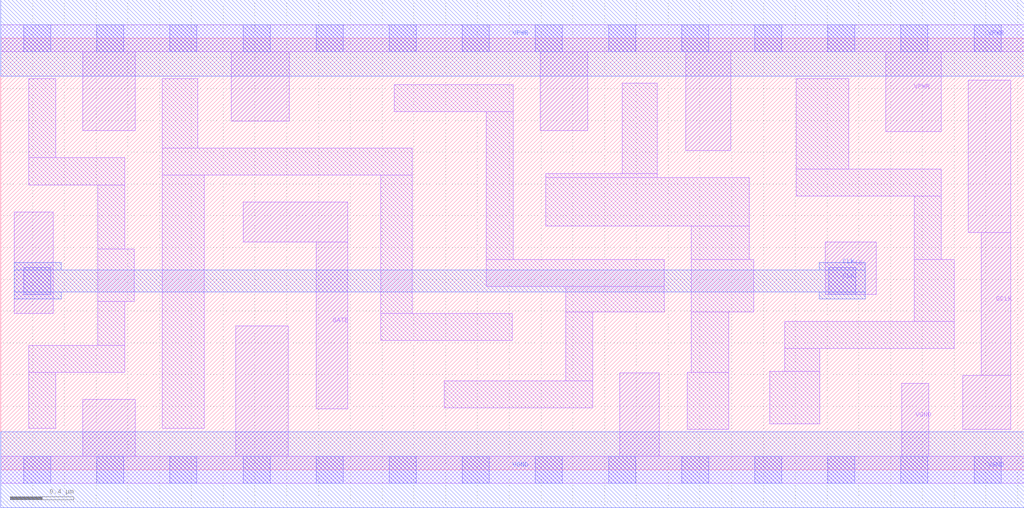
<source format=lef>
# Copyright 2020 The SkyWater PDK Authors
#
# Licensed under the Apache License, Version 2.0 (the "License");
# you may not use this file except in compliance with the License.
# You may obtain a copy of the License at
#
#     https://www.apache.org/licenses/LICENSE-2.0
#
# Unless required by applicable law or agreed to in writing, software
# distributed under the License is distributed on an "AS IS" BASIS,
# WITHOUT WARRANTIES OR CONDITIONS OF ANY KIND, either express or implied.
# See the License for the specific language governing permissions and
# limitations under the License.
#
# SPDX-License-Identifier: Apache-2.0

VERSION 5.7 ;
  NAMESCASESENSITIVE ON ;
  NOWIREEXTENSIONATPIN ON ;
  DIVIDERCHAR "/" ;
  BUSBITCHARS "[]" ;
UNITS
  DATABASE MICRONS 200 ;
END UNITS
MACRO sky130_fd_sc_hd__dlclkp_1
  CLASS CORE ;
  SOURCE USER ;
  FOREIGN sky130_fd_sc_hd__dlclkp_1 ;
  ORIGIN  0.000000  0.000000 ;
  SIZE  6.440000 BY  2.720000 ;
  SYMMETRY X Y R90 ;
  SITE unithd ;
  PIN GATE
    ANTENNAGATEAREA  0.159000 ;
    DIRECTION INPUT ;
    USE SIGNAL ;
    PORT
      LAYER li1 ;
        RECT 1.525000 1.435000 2.185000 1.685000 ;
        RECT 1.985000 0.385000 2.185000 1.435000 ;
    END
  END GATE
  PIN GCLK
    ANTENNADIFFAREA  0.429000 ;
    DIRECTION OUTPUT ;
    USE SIGNAL ;
    PORT
      LAYER li1 ;
        RECT 6.055000 0.255000 6.355000 0.595000 ;
        RECT 6.090000 1.495000 6.355000 2.455000 ;
        RECT 6.170000 0.595000 6.355000 1.495000 ;
    END
  END GCLK
  PIN CLK
    ANTENNAGATEAREA  0.318000 ;
    DIRECTION INPUT ;
    USE CLOCK ;
    PORT
      LAYER li1 ;
        RECT 0.085000 0.985000 0.330000 1.625000 ;
        RECT 5.190000 1.105000 5.510000 1.435000 ;
      LAYER mcon ;
        RECT 0.145000 1.105000 0.315000 1.275000 ;
        RECT 5.210000 1.105000 5.380000 1.275000 ;
      LAYER met1 ;
        RECT 0.085000 1.075000 0.380000 1.120000 ;
        RECT 0.085000 1.120000 5.440000 1.260000 ;
        RECT 0.085000 1.260000 0.380000 1.305000 ;
        RECT 5.150000 1.075000 5.440000 1.120000 ;
        RECT 5.150000 1.260000 5.440000 1.305000 ;
    END
  END CLK
  PIN VGND
    DIRECTION INOUT ;
    SHAPE ABUTMENT ;
    USE GROUND ;
    PORT
      LAYER li1 ;
        RECT 0.000000 -0.085000 6.440000 0.085000 ;
        RECT 0.515000  0.085000 0.845000 0.445000 ;
        RECT 1.480000  0.085000 1.810000 0.905000 ;
        RECT 3.895000  0.085000 4.145000 0.610000 ;
        RECT 5.670000  0.085000 5.840000 0.545000 ;
      LAYER mcon ;
        RECT 0.145000 -0.085000 0.315000 0.085000 ;
        RECT 0.605000 -0.085000 0.775000 0.085000 ;
        RECT 1.065000 -0.085000 1.235000 0.085000 ;
        RECT 1.525000 -0.085000 1.695000 0.085000 ;
        RECT 1.985000 -0.085000 2.155000 0.085000 ;
        RECT 2.445000 -0.085000 2.615000 0.085000 ;
        RECT 2.905000 -0.085000 3.075000 0.085000 ;
        RECT 3.365000 -0.085000 3.535000 0.085000 ;
        RECT 3.825000 -0.085000 3.995000 0.085000 ;
        RECT 4.285000 -0.085000 4.455000 0.085000 ;
        RECT 4.745000 -0.085000 4.915000 0.085000 ;
        RECT 5.205000 -0.085000 5.375000 0.085000 ;
        RECT 5.665000 -0.085000 5.835000 0.085000 ;
        RECT 6.125000 -0.085000 6.295000 0.085000 ;
      LAYER met1 ;
        RECT 0.000000 -0.240000 6.440000 0.240000 ;
    END
  END VGND
  PIN VPWR
    DIRECTION INOUT ;
    SHAPE ABUTMENT ;
    USE POWER ;
    PORT
      LAYER li1 ;
        RECT 0.000000 2.635000 6.440000 2.805000 ;
        RECT 0.515000 2.135000 0.845000 2.635000 ;
        RECT 1.450000 2.195000 1.815000 2.635000 ;
        RECT 3.395000 2.135000 3.695000 2.635000 ;
        RECT 4.310000 2.010000 4.595000 2.635000 ;
        RECT 5.570000 2.130000 5.920000 2.635000 ;
      LAYER mcon ;
        RECT 0.145000 2.635000 0.315000 2.805000 ;
        RECT 0.605000 2.635000 0.775000 2.805000 ;
        RECT 1.065000 2.635000 1.235000 2.805000 ;
        RECT 1.525000 2.635000 1.695000 2.805000 ;
        RECT 1.985000 2.635000 2.155000 2.805000 ;
        RECT 2.445000 2.635000 2.615000 2.805000 ;
        RECT 2.905000 2.635000 3.075000 2.805000 ;
        RECT 3.365000 2.635000 3.535000 2.805000 ;
        RECT 3.825000 2.635000 3.995000 2.805000 ;
        RECT 4.285000 2.635000 4.455000 2.805000 ;
        RECT 4.745000 2.635000 4.915000 2.805000 ;
        RECT 5.205000 2.635000 5.375000 2.805000 ;
        RECT 5.665000 2.635000 5.835000 2.805000 ;
        RECT 6.125000 2.635000 6.295000 2.805000 ;
      LAYER met1 ;
        RECT 0.000000 2.480000 6.440000 2.960000 ;
    END
  END VPWR
  OBS
    LAYER li1 ;
      RECT 0.175000 0.260000 0.345000 0.615000 ;
      RECT 0.175000 0.615000 0.780000 0.785000 ;
      RECT 0.175000 1.795000 0.780000 1.965000 ;
      RECT 0.175000 1.965000 0.345000 2.465000 ;
      RECT 0.610000 0.785000 0.780000 1.060000 ;
      RECT 0.610000 1.060000 0.840000 1.390000 ;
      RECT 0.610000 1.390000 0.780000 1.795000 ;
      RECT 1.015000 0.260000 1.280000 1.855000 ;
      RECT 1.015000 1.855000 2.590000 2.025000 ;
      RECT 1.015000 2.025000 1.240000 2.465000 ;
      RECT 2.390000 0.815000 3.220000 0.985000 ;
      RECT 2.390000 0.985000 2.590000 1.855000 ;
      RECT 2.475000 2.255000 3.225000 2.425000 ;
      RECT 2.790000 0.390000 3.725000 0.560000 ;
      RECT 3.055000 1.155000 4.175000 1.325000 ;
      RECT 3.055000 1.325000 3.225000 2.255000 ;
      RECT 3.430000 1.535000 4.710000 1.840000 ;
      RECT 3.430000 1.840000 4.130000 1.865000 ;
      RECT 3.555000 0.560000 3.725000 0.995000 ;
      RECT 3.555000 0.995000 4.175000 1.155000 ;
      RECT 3.910000 1.865000 4.130000 2.435000 ;
      RECT 4.320000 0.255000 4.580000 0.615000 ;
      RECT 4.345000 0.615000 4.580000 0.995000 ;
      RECT 4.345000 0.995000 4.740000 1.325000 ;
      RECT 4.345000 1.325000 4.710000 1.535000 ;
      RECT 4.840000 0.290000 5.155000 0.620000 ;
      RECT 4.935000 0.620000 5.155000 0.765000 ;
      RECT 4.935000 0.765000 6.000000 0.935000 ;
      RECT 5.005000 1.725000 5.920000 1.895000 ;
      RECT 5.005000 1.895000 5.335000 2.465000 ;
      RECT 5.750000 0.935000 6.000000 1.325000 ;
      RECT 5.750000 1.325000 5.920000 1.725000 ;
  END
END sky130_fd_sc_hd__dlclkp_1
END LIBRARY

</source>
